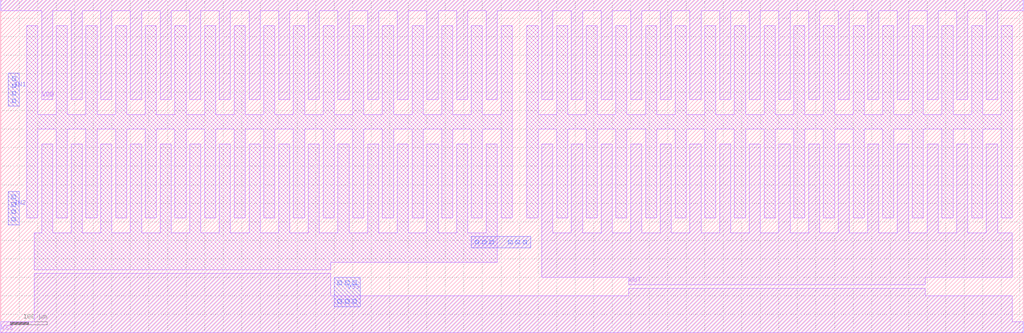
<source format=lef>
VERSION 5.7 ;
BUSBITCHARS "[]" ;
DIVIDERCHAR "/" ;

MACRO BOUNDARY_LEFT
  CLASS CORE ;
  ORIGIN 0 0 ;
  FOREIGN BOUNDARY_LEFT 0 0 ;
  SIZE 10 BY 900 ;
  SYMMETRY X Y ;
  SITE CoreSite ;
  PIN VDD
    DIRECTION INPUT ;
    USE POWER ;
    SHAPE ABUTMENT ;
    PORT
      LAYER M1 ;
        RECT 0 870 10 900 ;
    END
  END VDD
  PIN VSS
    DIRECTION INPUT ;
    USE GROUND ;
    SHAPE ABUTMENT ;
    PORT
      LAYER M1 ;
        RECT 0 0 10 30 ;
    END
  END VSS
END BOUNDARY_LEFT

MACRO BOUNDARY_RIGHT
  CLASS CORE ;
  ORIGIN 0 0 ;
  FOREIGN BOUNDARY_RIGHT 0 0 ;
  SIZE 10 BY 900 ;
  SYMMETRY X Y ;
  SITE CoreSite ;
  PIN VDD
    DIRECTION INOUT ;
    USE POWER ;
    SHAPE ABUTMENT ;
    PORT
      LAYER M1 ;
        RECT 0 870 10 900 ;
    END
  END VDD
  PIN VSS
    DIRECTION INOUT ;
    USE GROUND ;
    SHAPE ABUTMENT ;
    PORT
      LAYER M1 ;
        RECT 0 0 10 30 ;
    END
  END VSS
END BOUNDARY_RIGHT

MACRO FILL1
  CLASS CORE ;
  ORIGIN 0 0 ;
  FOREIGN FILL1 0 0 ;
  SIZE 10 BY 900 ;
  SYMMETRY X Y ;
  SITE CoreSite ;
  PIN VDD
    DIRECTION INOUT ;
    USE POWER ;
    SHAPE ABUTMENT ;
    PORT
      LAYER M1 ;
        RECT 0 870 10 900 ;
    END
  END VDD
  PIN VSS
    DIRECTION INOUT ;
    USE GROUND ;
    SHAPE ABUTMENT ;
    PORT
      LAYER M1 ;
        RECT 0 0 10 30 ;
    END
  END VSS
END FILL1

MACRO FILL128
  CLASS CORE ;
  ORIGIN 0 0 ;
  FOREIGN FILL128 0 0 ;
  SIZE 1280 BY 900 ;
  SYMMETRY X Y ;
  SITE CoreSite ;
  PIN VDD
    DIRECTION INOUT ;
    USE POWER ;
    SHAPE ABUTMENT ;
    PORT
      LAYER M1 ;
        RECT 0 870 1280 900 ;
    END
  END VDD
  PIN VSS
    DIRECTION INOUT ;
    USE GROUND ;
    SHAPE ABUTMENT ;
    PORT
      LAYER M1 ;
        RECT 0 0 1280 30 ;
    END
  END VSS
END FILL128

MACRO FILL16
  CLASS CORE ;
  ORIGIN 0 0 ;
  FOREIGN FILL16 0 0 ;
  SIZE 160 BY 900 ;
  SYMMETRY X Y ;
  SITE CoreSite ;
  PIN VDD
    DIRECTION INOUT ;
    USE POWER ;
    SHAPE ABUTMENT ;
    PORT
      LAYER M1 ;
        RECT 0 870 160 900 ;
    END
  END VDD
  PIN VSS
    DIRECTION INOUT ;
    USE GROUND ;
    SHAPE ABUTMENT ;
    PORT
      LAYER M1 ;
        RECT 0 0 160 30 ;
    END
  END VSS
END FILL16

MACRO FILL2
  CLASS CORE ;
  ORIGIN 0 0 ;
  FOREIGN FILL2 0 0 ;
  SIZE 20 BY 900 ;
  SYMMETRY X Y ;
  SITE CoreSite ;
  PIN VDD
    DIRECTION INOUT ;
    USE POWER ;
    SHAPE ABUTMENT ;
    PORT
      LAYER M1 ;
        RECT 0 870 20 900 ;
    END
  END VDD
  PIN VSS
    DIRECTION INOUT ;
    USE GROUND ;
    SHAPE ABUTMENT ;
    PORT
      LAYER M1 ;
        RECT 0 0 20 30 ;
    END
  END VSS
END FILL2

MACRO FILL32
  CLASS CORE ;
  ORIGIN 0 0 ;
  FOREIGN FILL32 0 0 ;
  SIZE 320 BY 900 ;
  SYMMETRY X Y ;
  SITE CoreSite ;
  PIN VDD
    DIRECTION INOUT ;
    USE POWER ;
    SHAPE ABUTMENT ;
    PORT
      LAYER M1 ;
        RECT 0 870 320 900 ;
    END
  END VDD
  PIN VSS
    DIRECTION INOUT ;
    USE GROUND ;
    SHAPE ABUTMENT ;
    PORT
      LAYER M1 ;
        RECT 0 0 320 30 ;
    END
  END VSS
END FILL32

MACRO FILL4
  CLASS CORE ;
  ORIGIN 0 0 ;
  FOREIGN FILL4 0 0 ;
  SIZE 40 BY 900 ;
  SYMMETRY X Y ;
  SITE CoreSite ;
  PIN VDD
    DIRECTION INOUT ;
    USE POWER ;
    SHAPE ABUTMENT ;
    PORT
      LAYER M1 ;
        RECT 0 870 40 900 ;
    END
  END VDD
  PIN VSS
    DIRECTION INOUT ;
    USE GROUND ;
    SHAPE ABUTMENT ;
    PORT
      LAYER M1 ;
        RECT 0 0 40 30 ;
    END
  END VSS
END FILL4

MACRO FILL64
  CLASS CORE ;
  ORIGIN 0 0 ;
  FOREIGN FILL64 0 0 ;
  SIZE 640 BY 900 ;
  SYMMETRY X Y ;
  SITE CoreSite ;
  PIN VDD
    DIRECTION INOUT ;
    USE POWER ;
    SHAPE ABUTMENT ;
    PORT
      LAYER M1 ;
        RECT 0 870 640 900 ;
    END
  END VDD
  PIN VSS
    DIRECTION INOUT ;
    USE GROUND ;
    SHAPE ABUTMENT ;
    PORT
      LAYER M1 ;
        RECT 0 0 640 30 ;
    END
  END VSS
END FILL64

MACRO FILL8
  CLASS CORE ;
  ORIGIN 0 0 ;
  FOREIGN FILL8 0 0 ;
  SIZE 80 BY 900 ;
  SYMMETRY X Y ;
  SITE CoreSite ;
  PIN VDD
    DIRECTION INOUT ;
    USE POWER ;
    SHAPE ABUTMENT ;
    PORT
      LAYER M1 ;
        RECT 0 870 80 900 ;
    END
  END VDD
  PIN VSS
    DIRECTION INOUT ;
    USE GROUND ;
    SHAPE ABUTMENT ;
    PORT
      LAYER M1 ;
        RECT 0 0 80 30 ;
    END
  END VSS
END FILL8

MACRO INVD1
  CLASS CORE ;
  ORIGIN 0 0 ;
  FOREIGN INVD1 0 0 ;
  SIZE 430 BY 900 ;
  SYMMETRY X Y ;
  SITE CoreSite ;
  PIN VDD
    DIRECTION INPUT ;
    USE POWER ;
    SHAPE ABUTMENT ;
    PORT
      LAYER M1 ;
        POLYGON 430 900 0 900 0 870 90 870 90 580 130 580 130 780 110 780 110 870 318 870 318 780 310 780 310 580 350 580 350 780 342 780 342 870 430 870 ;
    END
  END VDD
  PIN IN
    DIRECTION INPUT ;
    USE SIGNAL ;
    PORT
      LAYER M2 ;
        RECT 30 590 80 680 ;
    END
  END IN
  PIN OUT
    DIRECTION OUTPUT ;
    USE SIGNAL ;
    PORT
      LAYER M1 ;
        POLYGON 400 780 360 780 360 580 380 580 380 570 280 570 280 580 300 580 300 780 260 780 260 180 300 180 300 380 280 380 280 410 380 410 380 380 360 380 360 180 400 180 ;
    END
  END OUT
  PIN VSS
    DIRECTION INPUT ;
    USE GROUND ;
    SHAPE ABUTMENT ;
    PORT
      LAYER M2 ;
        RECT 178 180 248 270 ;
      LAYER M1 ;
        POLYGON 430 30 350 30 350 380 310 380 310 30 208 30 208 400 170 400 170 300 178 300 178 30 0 30 0 0 430 0 ;
    END
  END VSS
  OBS
    LAYER M1 ;
      POLYGON 190 780 140 780 140 580 160 580 160 570 98 570 98 300 130 300 130 400 122 400 122 410 190 410 ;
    LAYER Via1 ;
      RECT 230 600 240 610 ;
      RECT 230 620 240 630 ;
      RECT 230 640 240 650 ;
      RECT 230 660 240 670 ;
      RECT 228 190 238 200 ;
      RECT 228 210 238 220 ;
      RECT 228 230 238 240 ;
      RECT 228 250 238 260 ;
      RECT 188 190 198 200 ;
      RECT 188 210 198 220 ;
      RECT 188 230 198 240 ;
      RECT 188 250 198 260 ;
      RECT 170 600 180 610 ;
      RECT 170 620 180 630 ;
      RECT 170 640 180 650 ;
      RECT 170 660 180 670 ;
      RECT 48.5 600 58.5 610 ;
      RECT 48.5 620 58.5 630 ;
      RECT 48.5 640 58.5 650 ;
      RECT 48.5 660 58.5 670 ;
    LAYER M2 ;
      RECT 160 590 250 680 ;
  END
END INVD1

MACRO INVD2
  CLASS CORE ;
  ORIGIN 0 0 ;
  FOREIGN INVD2 0 0 ;
  SIZE 592 BY 900 ;
  SYMMETRY X Y ;
  SITE CoreSite ;
  PIN OUT
    DIRECTION OUTPUT ;
    USE SIGNAL ;
    PORT
      LAYER M1 ;
        POLYGON 562 780 522 780 522 580 542 580 542 570 454 570 454 580 462 580 462 780 422 780 422 580 430 580 430 570 342 570 342 580 362 580 362 780 322 780 322 180 362 180 362 380 342 380 342 410 422 410 422 180 462 180 462 380 442 380 442 410 542 410 542 380 522 380 522 180 562 180 ;
    END
  END OUT
  PIN VSS
    DIRECTION INPUT ;
    USE GROUND ;
    SHAPE ABUTMENT ;
    PORT
      LAYER M2 ;
        RECT 240 180 310 270 ;
      LAYER M1 ;
        POLYGON 592 30 504 30 504 180 512 180 512 380 472 380 472 180 480 180 480 30 404 30 404 180 412 180 412 380 372 380 372 180 380 180 380 30 270 30 270 400 232 400 232 300 240 300 240 30 104 30 104 300 112 300 112 400 74 400 74 30 0 30 0 0 592 0 ;
    END
  END VSS
  PIN IN
    DIRECTION INPUT ;
    USE SIGNAL ;
    PORT
      LAYER M2 ;
        RECT 30 590 80 680 ;
    END
  END IN
  PIN VDD
    DIRECTION INPUT ;
    USE POWER ;
    SHAPE ABUTMENT ;
    PORT
      LAYER M1 ;
        POLYGON 592 900 0 900 0 870 160 870 160 780 152 780 152 580 192 580 192 780 184 780 184 870 380 870 380 780 372 780 372 580 412 580 412 780 404 780 404 870 480 870 480 780 472 780 472 580 512 580 512 780 504 780 504 870 592 870 ;
    END
  END VDD
  OBS
    LAYER M1 ;
      POLYGON 252 780 202 780 202 580 222 580 222 570 122 570 122 580 142 580 142 780 102 780 102 410 160 410 160 400 152 400 152 300 192 300 192 400 184 400 184 410 252 410 ;
    LAYER Via1 ;
      RECT 292 600 302 610 ;
      RECT 292 620 302 630 ;
      RECT 292 640 302 650 ;
      RECT 292 660 302 670 ;
      RECT 290 190 300 200 ;
      RECT 290 210 300 220 ;
      RECT 290 230 300 240 ;
      RECT 290 250 300 260 ;
      RECT 250 190 260 200 ;
      RECT 250 210 260 220 ;
      RECT 250 230 260 240 ;
      RECT 250 250 260 260 ;
      RECT 232 600 242 610 ;
      RECT 232 620 242 630 ;
      RECT 232 640 242 650 ;
      RECT 232 660 242 670 ;
      RECT 48.5 600 58.5 610 ;
      RECT 48.5 620 58.5 630 ;
      RECT 48.5 640 58.5 650 ;
      RECT 48.5 660 58.5 670 ;
    LAYER M2 ;
      RECT 222 590 312 680 ;
  END
END INVD2

MACRO INVD4
  CLASS CORE ;
  ORIGIN 0 0 ;
  FOREIGN INVD4 0 0 ;
  SIZE 908 BY 900 ;
  SYMMETRY X Y ;
  SITE CoreSite ;
  PIN IN
    DIRECTION INPUT ;
    USE SIGNAL ;
    PORT
      LAYER M2 ;
        RECT 46 590 96 680 ;
    END
  END IN
  PIN OUT
    DIRECTION OUTPUT ;
    USE SIGNAL ;
    PORT
      LAYER M1 ;
        POLYGON 878 780 838 780 838 580 858 580 858 570 770 570 770 580 778 580 778 780 738 780 738 580 746 580 746 570 670 570 670 580 678 580 678 780 638 780 638 580 646 580 646 570 570 570 570 580 578 580 578 780 538 780 538 580 546 580 546 570 458 570 458 580 478 580 478 780 438 780 438 180 478 180 478 380 458 380 458 410 538 410 538 180 578 180 578 380 558 380 558 410 638 410 638 180 678 180 678 380 658 380 658 410 738 410 738 180 778 180 778 380 758 380 758 410 858 410 858 380 838 380 838 180 878 180 ;
    END
  END OUT
  PIN VSS
    DIRECTION INPUT ;
    USE GROUND ;
    SHAPE ABUTMENT ;
    PORT
      LAYER M2 ;
        RECT 356 180 426 270 ;
      LAYER M1 ;
        POLYGON 908 30 820 30 820 180 828 180 828 380 788 380 788 180 796 180 796 30 720 30 720 180 728 180 728 380 688 380 688 180 696 180 696 30 620 30 620 180 628 180 628 380 588 380 588 180 596 180 596 30 520 30 520 180 528 180 528 380 488 380 488 180 496 180 496 30 386 30 386 400 348 400 348 300 356 300 356 30 220 30 220 300 228 300 228 400 188 400 188 300 196 300 196 30 60 30 60 300 68 300 68 400 30 400 30 30 0 30 0 0 908 0 ;
    END
  END VSS
  PIN VDD
    DIRECTION INPUT ;
    USE POWER ;
    SHAPE ABUTMENT ;
    PORT
      LAYER M1 ;
        POLYGON 908 900 0 900 0 870 176 870 176 780 168 780 168 580 208 580 208 780 200 780 200 870 276 870 276 780 268 780 268 580 308 580 308 780 300 780 300 870 496 870 496 780 488 780 488 580 528 580 528 780 520 780 520 870 596 870 596 780 588 780 588 580 628 580 628 780 620 780 620 870 696 870 696 780 688 780 688 580 728 580 728 780 720 780 720 870 796 870 796 780 788 780 788 580 828 580 828 780 820 780 820 870 908 870 ;
    END
  END VDD
  OBS
    LAYER M1 ;
      POLYGON 368 780 318 780 318 580 338 580 338 570 250 570 250 580 258 580 258 780 218 780 218 580 226 580 226 570 138 570 138 580 158 580 158 780 118 780 118 410 116 410 116 400 108 400 108 300 148 300 148 400 140 400 140 410 276 410 276 400 268 400 268 300 308 300 308 400 300 400 300 410 368 410 ;
    LAYER Via1 ;
      RECT 408 600 418 610 ;
      RECT 408 620 418 630 ;
      RECT 408 640 418 650 ;
      RECT 408 660 418 670 ;
      RECT 406 190 416 200 ;
      RECT 406 210 416 220 ;
      RECT 406 230 416 240 ;
      RECT 406 250 416 260 ;
      RECT 366 190 376 200 ;
      RECT 366 210 376 220 ;
      RECT 366 230 376 240 ;
      RECT 366 250 376 260 ;
      RECT 348 600 358 610 ;
      RECT 348 620 358 630 ;
      RECT 348 640 358 650 ;
      RECT 348 660 358 670 ;
      RECT 64.5 600 74.5 610 ;
      RECT 64.5 620 74.5 630 ;
      RECT 64.5 640 74.5 650 ;
      RECT 64.5 660 74.5 670 ;
    LAYER M2 ;
      RECT 338 590 428 680 ;
  END
END INVD4

MACRO INVD8
  CLASS CORE ;
  ORIGIN 0 0 ;
  FOREIGN INVD8 0 0 ;
  SIZE 1640 BY 900 ;
  SYMMETRY X Y ;
  SITE CoreSite ;
  PIN VDD
    DIRECTION INPUT ;
    USE POWER ;
    SHAPE ABUTMENT ;
    PORT
      LAYER M1 ;
        POLYGON 1640 900 0 900 0 870 308 870 308 780 300 780 300 580 340 580 340 780 332 780 332 870 408 870 408 780 400 780 400 580 440 580 440 780 432 780 432 870 508 870 508 780 500 780 500 580 540 580 540 780 532 780 532 870 608 870 608 780 600 780 600 580 640 580 640 780 632 780 632 870 828 870 828 780 820 780 820 580 860 580 860 780 852 780 852 870 928 870 928 780 920 780 920 580 960 580 960 780 952 780 952 870 1028 870 1028 780 1020 780 1020 580 1060 580 1060 780 1052 780 1052 870 1128 870 1128 780 1120 780 1120 580 1160 580 1160 780 1152 780 1152 870 1228 870 1228 780 1220 780 1220 580 1260 580 1260 780 1252 780 1252 870 1328 870 1328 780 1320 780 1320 580 1360 580 1360 780 1352 780 1352 870 1428 870 1428 780 1420 780 1420 580 1460 580 1460 780 1452 780 1452 870 1528 870 1528 780 1520 780 1520 580 1560 580 1560 780 1552 780 1552 870 1640 870 ;
    END
  END VDD
  PIN IN
    DIRECTION INPUT ;
    USE SIGNAL ;
    PORT
      LAYER M2 ;
        RECT 178 590.5 228 680.5 ;
    END
  END IN
  PIN OUT
    DIRECTION OUTPUT ;
    USE SIGNAL ;
    PORT
      LAYER M1 ;
        POLYGON 1610 780 1570 780 1570 580 1590 580 1590 570 1502 570 1502 580 1510 580 1510 780 1470 780 1470 580 1478 580 1478 570 1402 570 1402 580 1410 580 1410 780 1370 780 1370 580 1378 580 1378 570 1302 570 1302 580 1310 580 1310 780 1270 780 1270 580 1278 580 1278 570 1202 570 1202 580 1210 580 1210 780 1170 780 1170 580 1178 580 1178 570 1102 570 1102 580 1110 580 1110 780 1070 780 1070 580 1078 580 1078 570 1002 570 1002 580 1010 580 1010 780 970 780 970 580 978 580 978 570 902 570 902 580 910 580 910 780 870 780 870 580 878 580 878 570 790 570 790 580 810 580 810 780 770 780 770 180 810 180 810 380 790 380 790 410 878 410 878 380 870 380 870 180 910 180 910 380 902 380 902 410 978 410 978 380 970 380 970 180 1010 180 1010 380 1002 380 1002 410 1078 410 1078 380 1070 380 1070 180 1110 180 1110 380 1102 380 1102 410 1178 410 1178 380 1170 380 1170 180 1210 180 1210 380 1202 380 1202 410 1278 410 1278 380 1270 380 1270 180 1310 180 1310 380 1302 380 1302 410 1378 410 1378 380 1370 380 1370 180 1410 180 1410 380 1402 380 1402 410 1478 410 1478 380 1470 380 1470 180 1510 180 1510 380 1502 380 1502 410 1590 410 1590 380 1570 380 1570 180 1610 180 ;
    END
  END OUT
  PIN VSS
    DIRECTION INPUT ;
    USE GROUND ;
    SHAPE ABUTMENT ;
    PORT
      LAYER M2 ;
        RECT 688 180 758 270 ;
      LAYER M1 ;
        POLYGON 1640 30 1552 30 1552 180 1560 180 1560 380 1520 380 1520 180 1528 180 1528 30 1452 30 1452 180 1460 180 1460 380 1420 380 1420 180 1428 180 1428 30 1352 30 1352 180 1360 180 1360 380 1320 380 1320 180 1328 180 1328 30 1252 30 1252 180 1260 180 1260 380 1220 380 1220 180 1228 180 1228 30 1152 30 1152 180 1160 180 1160 380 1120 380 1120 180 1128 180 1128 30 1052 30 1052 180 1060 180 1060 380 1020 380 1020 180 1028 180 1028 30 952 30 952 180 960 180 960 380 920 380 920 180 928 180 928 30 852 30 852 180 860 180 860 380 820 380 820 180 828 180 828 30 718 30 718 400 680 400 680 300 688 300 688 30 552 30 552 300 560 300 560 400 520 400 520 300 528 300 528 30 392 30 392 300 400 300 400 400 360 400 360 300 368 300 368 30 232 30 232 300 240 300 240 400 200 400 200 300 208 300 208 30 60 30 60 300 80 300 80 400 30 400 30 30 0 30 0 0 1640 0 ;
    END
  END VSS
  OBS
    LAYER M1 ;
      POLYGON 717.5 570 700 570 700 780 650 780 650 580 670 580 670 570 582 570 582 580 590 580 590 780 550 780 550 580 558 580 558 570 482 570 482 580 490 580 490 780 450 780 450 580 458 580 458 570 382 570 382 580 390 580 390 780 350 780 350 580 358 580 358 570 270 570 270 580 290 580 290 780 250 780 250 570 145.5 570 145.5 410 128 410 128 400 120 400 120 300 160 300 160 400 152 400 152 410 288 410 288 400 280 400 280 300 320 300 320 400 312 400 312 410 448 410 448 400 440 400 440 300 480 300 480 400 472 400 472 410 608 410 608 400 600 400 600 300 640 300 640 400 632 400 632 410 717.5 410 ;
    LAYER Via1 ;
      RECT 740 600 750 610 ;
      RECT 740 620 750 630 ;
      RECT 740 640 750 650 ;
      RECT 740 660 750 670 ;
      RECT 738 190 748 200 ;
      RECT 738 210 748 220 ;
      RECT 738 230 748 240 ;
      RECT 738 250 748 260 ;
      RECT 698 190 708 200 ;
      RECT 698 210 708 220 ;
      RECT 698 230 708 240 ;
      RECT 698 250 708 260 ;
      RECT 680 600 690 610 ;
      RECT 680 620 690 630 ;
      RECT 680 640 690 650 ;
      RECT 680 660 690 670 ;
      RECT 196.5 600.5 206.5 610.5 ;
      RECT 196.5 620.5 206.5 630.5 ;
      RECT 196.5 640.5 206.5 650.5 ;
      RECT 196.5 660.5 206.5 670.5 ;
    LAYER M2 ;
      RECT 670 590 760 680 ;
  END
END INVD8

MACRO NAND2D1
  CLASS CORE ;
  ORIGIN 0 0 ;
  FOREIGN NAND2D1 0 0 ;
  SIZE 610 BY 900 ;
  SYMMETRY X Y ;
  SITE CoreSite ;
  PIN OUT
    DIRECTION OUTPUT ;
    USE SIGNAL ;
    PORT
      LAYER M1 ;
        POLYGON 520 830 490 830 490 581.7 440 581.7 440 830 410 830 410 538.9 200 538.9 200 830 170 830 170 581.7 120 581.7 120 830 90 830 90 522.8 371.4 522.8 371.4 256.6 401.4 256.6 401.4 522.8 451.4 522.8 451.4 256.6 481.4 256.6 481.4 522.8 520 522.8 ;
    END
  END OUT
  PIN VSS
    DIRECTION INPUT ;
    USE GROUND ;
    SHAPE ABUTMENT ;
    PORT
      LAYER M2 ;
        POLYGON 276.1 418.4 204.1 418.4 204.1 329.3 132.1 329.3 132.1 283.3 276.1 283.3 ;
      LAYER M1 ;
        POLYGON 610 30 521.4 30 521.4 456.6 491.4 456.6 491.4 239.3 441.4 239.3 441.4 456.6 411.4 456.6 411.4 239.3 361.4 239.3 361.4 456.6 179.7 456.6 179.7 472.4 150 472.4 150 372.4 331.4 372.4 331.4 30 0 30 0 0 610 0 ;
    END
  END VSS
  PIN IN2
    DIRECTION INPUT ;
    USE SIGNAL ;
    PORT
      LAYER M2 ;
        RECT 565 612 595 702 ;
    END
  END IN2
  PIN VDD
    DIRECTION INPUT ;
    USE POWER ;
    SHAPE ABUTMENT ;
    PORT
      LAYER M1 ;
        POLYGON 610 900 0 900 0 870 60 870 60 630 80 630 80 870 130 870 130 630 160 630 160 870 210 870 210 630 240 630 240 870 290 870 290 630 320 630 320 870 370 870 370 630 400 630 400 870 450 870 450 630 480 630 480 870 530 870 530 630 550 630 550 870 610 870 ;
    END
  END VDD
  PIN IN1
    DIRECTION INPUT ;
    USE SIGNAL ;
    PORT
      LAYER M2 ;
        RECT 15 612 45 702 ;
    END
  END IN1
  OBS
    LAYER M1 ;
      POLYGON 360 830 330 830 330 583.1 280 583.1 280 830 250 830 250 558.7 360 558.7 ;
      POLYGON 180.5 503.9 121.5 503.9 121.5 486.9 120 486.9 120 372.4 140 372.4 140 483.9 180.5 483.9 ;
    LAYER Via1 ;
      RECT 575 622 585 632 ;
      RECT 575 642 585 652 ;
      RECT 575 662 585 672 ;
      RECT 575 682 585 692 ;
      RECT 318.9 568.1 326.9 576.1 ;
      RECT 317.1 489.9 325.1 497.9 ;
      RECT 305.9 568.1 313.9 576.1 ;
      RECT 304.1 489.9 312.1 497.9 ;
      RECT 292.9 568.1 300.9 576.1 ;
      RECT 291.1 489.9 299.1 497.9 ;
      RECT 279.9 568.1 287.9 576.1 ;
      RECT 278.1 489.9 286.1 497.9 ;
      RECT 262.1 378.4 270.1 386.4 ;
      RECT 262.1 391.4 270.1 399.4 ;
      RECT 262.1 404.4 270.1 412.4 ;
      RECT 249.1 378.4 257.1 386.4 ;
      RECT 249.1 391.4 257.1 399.4 ;
      RECT 249.1 404.4 257.1 412.4 ;
      RECT 236.1 378.4 244.1 386.4 ;
      RECT 236.1 391.4 244.1 399.4 ;
      RECT 236.1 404.4 244.1 412.4 ;
      RECT 223.1 378.4 231.1 386.4 ;
      RECT 223.1 391.4 231.1 399.4 ;
      RECT 223.1 404.4 231.1 412.4 ;
      RECT 210.1 378.4 218.1 386.4 ;
      RECT 210.1 391.4 218.1 399.4 ;
      RECT 210.1 404.4 218.1 412.4 ;
      RECT 190.1 289.3 198.1 297.3 ;
      RECT 190.1 302.3 198.1 310.3 ;
      RECT 190.1 315.3 198.1 323.3 ;
      RECT 177.1 289.3 185.1 297.3 ;
      RECT 177.1 302.3 185.1 310.3 ;
      RECT 177.1 315.3 185.1 323.3 ;
      RECT 166.5 489.9 174.5 497.9 ;
      RECT 164.1 289.3 172.1 297.3 ;
      RECT 164.1 302.3 172.1 310.3 ;
      RECT 164.1 315.3 172.1 323.3 ;
      RECT 153.5 489.9 161.5 497.9 ;
      RECT 151.1 289.3 159.1 297.3 ;
      RECT 151.1 302.3 159.1 310.3 ;
      RECT 151.1 315.3 159.1 323.3 ;
      RECT 140.5 489.9 148.5 497.9 ;
      RECT 138.1 289.3 146.1 297.3 ;
      RECT 138.1 302.3 146.1 310.3 ;
      RECT 138.1 315.3 146.1 323.3 ;
      RECT 127.5 489.9 135.5 497.9 ;
      RECT 25 622 35 632 ;
      RECT 25 642 35 652 ;
      RECT 25 662 35 672 ;
      RECT 25 682 35 692 ;
    LAYER M2 ;
      POLYGON 344.4 584.2 261.1 584.2 261.1 505.2 117 505.2 117 483.4 344.4 483.4 ;
  END
END NAND2D1

MACRO NAND2D2
  CLASS CORE ;
  ORIGIN 0 0 ;
  FOREIGN NAND2D2 0 0 ;
  SIZE 610 BY 900 ;
  SYMMETRY X Y ;
  SITE CoreSite ;
  PIN IN2
    DIRECTION INPUT ;
    USE SIGNAL ;
    PORT
      LAYER M2 ;
        RECT 565 612 595 702 ;
    END
  END IN2
  PIN VSS
    DIRECTION INPUT ;
    USE GROUND ;
    SHAPE ABUTMENT ;
    PORT
      LAYER M2 ;
        POLYGON 183.5 236 163.5 236 163.5 141.2 101.2 141.2 101.2 121.2 183.5 121.2 ;
      LAYER M1 ;
        POLYGON 610 30 574.6 30 574.6 243.6 544.6 243.6 544.6 30 494.6 30 494.6 243.6 464.6 243.6 464.6 30 414.6 30 414.6 243.6 384.6 243.6 384.6 30 334.6 30 334.6 243.6 304.6 243.6 304.6 30 254.6 30 254.6 243.6 170 243.6 170 272.4 150 272.4 150 160 100 160 100 272.4 80 272.4 80 145 170 145 170 172.4 224.6 172.4 224.6 30 0 30 0 0 610 0 ;
    END
  END VSS
  PIN VDD
    DIRECTION INPUT ;
    USE POWER ;
    SHAPE ABUTMENT ;
    PORT
      LAYER M1 ;
        POLYGON 610 900 0 900 0 870 60 870 60 430 80 430 80 870 130 870 130 430 160 430 160 870 210 870 210 430 240 430 240 870 290 870 290 430 320 430 320 870 370 870 370 430 400 430 400 870 450 870 450 430 480 430 480 870 530 870 530 430 550 430 550 870 610 870 ;
    END
  END VDD
  PIN OUT
    DIRECTION OUTPUT ;
    USE SIGNAL ;
    PORT
      LAYER M1 ;
        POLYGON 534.6 356 520 356 520 830 490 830 490 381.7 440 381.7 440 830 410 830 410 338.9 200 338.9 200 830 170 830 170 381.7 120 381.7 120 830 90 830 90 322.8 504.6 322.8 504.6 273.3 264.6 273.3 264.6 43.6 294.6 43.6 294.6 243.6 294.7 243.6 294.7 258.6 344.6 258.6 344.6 43.6 374.6 43.6 374.6 258.6 424.6 258.6 424.6 43.6 454.6 43.6 454.6 243.6 454.7 243.6 454.7 258.6 504.6 258.6 504.6 43.6 534.6 43.6 ;
    END
  END OUT
  PIN IN1
    DIRECTION INPUT ;
    USE SIGNAL ;
    PORT
      LAYER M2 ;
        RECT 15 612 45 702 ;
    END
  END IN1
  OBS
    LAYER M1 ;
      POLYGON 360 830 330 830 330 383.1 280 383.1 280 830 250 830 250 358.7 360 358.7 ;
      POLYGON 180.5 303.9 80 303.9 80 283.9 110 283.9 110 172.4 140 172.4 140 283.9 180.5 283.9 ;
    LAYER Via1 ;
      RECT 575 622 585 632 ;
      RECT 575 642 585 652 ;
      RECT 575 662 585 672 ;
      RECT 575 682 585 692 ;
      RECT 318.9 368.1 326.9 376.1 ;
      RECT 317.1 289.9 325.1 297.9 ;
      RECT 305.9 368.1 313.9 376.1 ;
      RECT 304.1 289.9 312.1 297.9 ;
      RECT 292.9 368.1 300.9 376.1 ;
      RECT 291.1 289.9 299.1 297.9 ;
      RECT 279.9 368.1 287.9 376.1 ;
      RECT 278.1 289.9 286.1 297.9 ;
      RECT 169.5 183 177.5 191 ;
      RECT 169.5 196 177.5 204 ;
      RECT 169.5 209 177.5 217 ;
      RECT 169.5 222 177.5 230 ;
      RECT 166.5 289.9 174.5 297.9 ;
      RECT 153.5 289.9 161.5 297.9 ;
      RECT 146.2 127.2 154.2 135.2 ;
      RECT 140.5 289.9 148.5 297.9 ;
      RECT 133.2 127.2 141.2 135.2 ;
      RECT 127.5 289.9 135.5 297.9 ;
      RECT 120.2 127.2 128.2 135.2 ;
      RECT 107.2 127.2 115.2 135.2 ;
      RECT 25 622 35 632 ;
      RECT 25 642 35 652 ;
      RECT 25 662 35 672 ;
      RECT 25 682 35 692 ;
    LAYER M2 ;
      POLYGON 344.4 384.2 261.1 384.2 261.1 305.2 117 305.2 117 283.4 344.4 283.4 ;
  END
END NAND2D2

MACRO NAND2D4
  CLASS CORE ;
  ORIGIN 0 0 ;
  FOREIGN NAND2D4 0 0 ;
  SIZE 1090 BY 900 ;
  SYMMETRY X Y ;
  SITE CoreSite ;
  PIN IN2
    DIRECTION INPUT ;
    USE SIGNAL ;
    PORT
      LAYER M2 ;
        RECT 1045 612 1075 702 ;
    END
  END IN2
  PIN VDD
    DIRECTION INPUT ;
    USE POWER ;
    SHAPE ABUTMENT ;
    PORT
      LAYER M1 ;
        POLYGON 1090 900 0 900 0 870 60 870 60 430 80 430 80 870 130 870 130 430 160 430 160 870 210 870 210 430 240 430 240 870 290 870 290 430 320 430 320 870 370 870 370 430 400 430 400 870 450 870 450 430 480 430 480 870 530 870 530 430 560 430 560 870 610 870 610 430 640 430 640 870 690 870 690 430 720 430 720 870 770 870 770 430 800 430 800 870 850 870 850 430 880 430 880 870 930 870 930 430 960 430 960 870 1010 870 1010 430 1030 430 1030 870 1090 870 ;
    END
  END VDD
  PIN VSS
    DIRECTION INPUT ;
    USE GROUND ;
    SHAPE ABUTMENT ;
    PORT
      LAYER M2 ;
        POLYGON 328.9 236 308.9 236 308.9 141.2 244.5 141.2 244.5 121.2 328.9 121.2 ;
      LAYER M1 ;
        POLYGON 1090 30 1030 30 1030 243.6 1010 243.6 1010 30 960 30 960 243.6 930 243.6 930 30 880 30 880 243.6 850 243.6 850 30 800 30 800 243.6 770 243.6 770 30 720 30 720 243.6 690 243.6 690 30 640 30 640 243.6 610 243.6 610 30 560 30 560 243.6 530 243.6 530 30 480 30 480 243.6 450 243.6 450 30 400 30 400 243.6 310 243.6 310 272.4 295.4 272.4 295.4 159.9 245.4 159.9 245.4 272.4 215.4 272.4 215.4 159.9 165.4 159.9 165.4 272.4 145.4 272.4 145.4 145 310 145 310 172.4 370 172.4 370 30 0 30 0 0 1090 0 ;
    END
  END VSS
  PIN IN1
    DIRECTION INPUT ;
    USE SIGNAL ;
    PORT
      LAYER M2 ;
        RECT 15 613 45 703 ;
    END
  END IN1
  PIN OUT
    DIRECTION OUTPUT ;
    USE SIGNAL ;
    PORT
      LAYER M1 ;
        POLYGON 1000 273.3 680 273.3 680 322.8 1000 322.8 1000 830 970 830 970 338.9 920 338.9 920 830 890 830 890 338.9 840 338.9 840 830 810 830 810 338.9 760 338.9 760 830 730 830 730 338.9 360 338.9 360 830 330 830 330 338.9 280 338.9 280 830 250 830 250 338.9 200 338.9 200 830 170 830 170 338.9 120 338.9 120 830 90 830 90 322.8 650 322.8 650 273.3 410 273.3 410 43.6 440 43.6 440 243.6 440.1 243.6 440.1 258.6 490 258.6 490 43.6 520 43.6 520 258.6 570 258.6 570 43.6 600 43.6 600 243.6 600.1 243.6 600.1 258.6 650 258.6 650 43.6 680 43.6 680 258.6 730 258.6 730 43.6 760 43.6 760 243.6 760.1 243.6 760.1 258.6 810 258.6 810 43.6 840 43.6 840 258.6 890 258.6 890 43.6 920 43.6 920 243.6 920.1 243.6 920.1 258.6 970 258.6 970 43.6 1000 43.6 ;
    END
  END OUT
  OBS
    LAYER M1 ;
      POLYGON 680 830 650 830 650 383.1 600 383.1 600 830 570 830 570 383.1 520 383.1 520 830 490 830 490 383.1 440 383.1 440 830 410 830 410 358.7 680 358.7 ;
      POLYGON 325.9 303.9 155.4 303.9 155.4 283.9 175.4 283.9 175.4 172.4 205.4 172.4 205.4 272.4 205.5 272.4 205.5 283.9 255.4 283.9 255.4 172.4 285.4 172.4 285.4 283.9 325.9 283.9 ;
    LAYER Via1 ;
      RECT 1055 622 1065 632 ;
      RECT 1055 642 1065 652 ;
      RECT 1055 662 1065 672 ;
      RECT 1055 682 1065 692 ;
      RECT 464.3 368.1 472.3 376.1 ;
      RECT 462.5 289.9 470.5 297.9 ;
      RECT 451.3 368.1 459.3 376.1 ;
      RECT 449.5 289.9 457.5 297.9 ;
      RECT 438.3 368.1 446.3 376.1 ;
      RECT 436.5 289.9 444.5 297.9 ;
      RECT 425.3 368.1 433.3 376.1 ;
      RECT 423.5 289.9 431.5 297.9 ;
      RECT 314.9 183 322.9 191 ;
      RECT 314.9 196 322.9 204 ;
      RECT 314.9 209 322.9 217 ;
      RECT 314.9 222 322.9 230 ;
      RECT 311.9 289.9 319.9 297.9 ;
      RECT 298.9 289.9 306.9 297.9 ;
      RECT 289.5 127.2 297.5 135.2 ;
      RECT 285.9 289.9 293.9 297.9 ;
      RECT 276.5 127.2 284.5 135.2 ;
      RECT 272.9 289.9 280.9 297.9 ;
      RECT 263.5 127.2 271.5 135.2 ;
      RECT 250.5 127.2 258.5 135.2 ;
      RECT 25 623 35 633 ;
      RECT 25 643 35 653 ;
      RECT 25 663 35 673 ;
      RECT 25 683 35 693 ;
    LAYER M2 ;
      POLYGON 489.8 384.2 406.5 384.2 406.5 305.2 262.4 305.2 262.4 283.4 489.8 283.4 ;
  END
END NAND2D4

MACRO NAND2D8
  CLASS CORE ;
  ORIGIN 0 0 ;
  FOREIGN NAND2D8 0 0 ;
  SIZE 2050 BY 900 ;
  SYMMETRY X Y ;
  SITE CoreSite ;
  PIN VDD
    DIRECTION INPUT ;
    USE POWER ;
    SHAPE ABUTMENT ;
    PORT
      LAYER M1 ;
        POLYGON 2050 900 0 900 0 870 60 870 60 430 80 430 80 870 130 870 130 430 160 430 160 870 210 870 210 430 240 430 240 870 290 870 290 430 320 430 320 870 370 870 370 430 400 430 400 870 450 870 450 430 480 430 480 870 530 870 530 430 560 430 560 870 610 870 610 430 640 430 640 870 690 870 690 430 720 430 720 870 770 870 770 430 800 430 800 870 850 870 850 430 880 430 880 870 930 870 930 430 960 430 960 870 1010 870 1010 430 1040 430 1040 870 1090 870 1090 430 1120 430 1120 870 1170 870 1170 430 1200 430 1200 870 1250 870 1250 430 1280 430 1280 870 1330 870 1330 430 1360 430 1360 870 1410 870 1410 430 1440 430 1440 870 1490 870 1490 430 1520 430 1520 870 1570 870 1570 430 1600 430 1600 870 1650 870 1650 430 1680 430 1680 870 1730 870 1730 430 1760 430 1760 870 1810 870 1810 430 1840 430 1840 870 1890 870 1890 430 1920 430 1920 870 1970 870 1970 430 1990 430 1990 870 2050 870 ;
    END
  END VDD
  PIN VSS
    DIRECTION INPUT ;
    USE GROUND ;
    SHAPE ABUTMENT ;
    PORT
      LAYER M2 ;
        POLYGON 648.9 236 628.9 236 628.9 141.2 564.5 141.2 564.5 121.2 648.9 121.2 ;
      LAYER M1 ;
        POLYGON 2050 30 1990 30 1990 243.6 1970 243.6 1970 30 1920 30 1920 243.6 1890 243.6 1890 30 1840 30 1840 243.6 1810 243.6 1810 30 1760 30 1760 243.6 1730 243.6 1730 30 1680 30 1680 243.6 1650 243.6 1650 30 1600 30 1600 243.6 1570 243.6 1570 30 1520 30 1520 243.6 1490 243.6 1490 30 1440 30 1440 243.6 1410 243.6 1410 30 1360 30 1360 243.6 1330 243.6 1330 30 1280 30 1280 243.6 1250 243.6 1250 30 1200 30 1200 243.6 1170 243.6 1170 30 1120 30 1120 243.6 1090 243.6 1090 30 1040 30 1040 243.6 1010 243.6 1010 30 960 30 960 243.6 930 243.6 930 30 880 30 880 243.6 850 243.6 850 30 800 30 800 243.6 770 243.6 770 30 720 30 720 243.6 635.4 243.6 635.4 272.4 615.4 272.4 615.4 159.9 565.4 159.9 565.4 272.4 535.4 272.4 535.4 159.9 485.4 159.9 485.4 272.4 455.4 272.4 455.4 159.9 405.4 159.9 405.4 272.4 375.4 272.4 375.4 159.9 325.4 159.9 325.4 272.4 309.4 272.4 309.4 144.5 635.4 144.5 635.4 172.4 690 172.4 690 30 0 30 0 0 2050 0 ;
    END
  END VSS
  PIN IN2
    DIRECTION INPUT ;
    USE SIGNAL ;
    PORT
      LAYER M2 ;
        RECT 2005 612 2035 702 ;
    END
  END IN2
  PIN IN1
    DIRECTION INPUT ;
    USE SIGNAL ;
    PORT
      LAYER M2 ;
        RECT 14.5 612 44.5 702 ;
    END
  END IN1
  PIN OUT
    DIRECTION OUTPUT ;
    USE SIGNAL ;
    PORT
      LAYER M1 ;
        POLYGON 1960 273.3 1000 273.3 1000 322.8 1960 322.8 1960 830 1930 830 1930 338.9 1880 338.9 1880 830 1850 830 1850 338.9 1800 338.9 1800 830 1770 830 1770 338.9 1720 338.9 1720 830 1690 830 1690 338.9 1640 338.9 1640 830 1610 830 1610 338.9 1560 338.9 1560 830 1530 830 1530 338.9 1480 338.9 1480 830 1450 830 1450 338.9 1400 338.9 1400 830 1370 830 1370 338.9 680 338.9 680 830 650 830 650 338.9 600 338.9 600 830 570 830 570 338.9 520 338.9 520 830 490 830 490 338.9 440 338.9 440 830 410 830 410 338.9 360 338.9 360 830 330 830 330 338.9 280 338.9 280 830 250 830 250 338.9 200 338.9 200 830 170 830 170 338.9 120 338.9 120 830 90 830 90 322.8 970 322.8 970 273.3 730 273.3 730 43.6 760 43.6 760 243.6 760.1 243.6 760.1 258.6 810 258.6 810 43.6 840 43.6 840 258.6 890 258.6 890 43.6 920 43.6 920 243.6 920.1 243.6 920.1 258.6 970 258.6 970 43.6 1000 43.6 1000 258.6 1050 258.6 1050 43.6 1080 43.6 1080 243.6 1080.1 243.6 1080.1 258.6 1130 258.6 1130 43.6 1160 43.6 1160 258.6 1210 258.6 1210 43.6 1240 43.6 1240 243.6 1240.1 243.6 1240.1 258.6 1290 258.6 1290 43.6 1320 43.6 1320 258.6 1370 258.6 1370 43.6 1400 43.6 1400 243.6 1400.1 243.6 1400.1 258.6 1450 258.6 1450 43.6 1480 43.6 1480 258.6 1530 258.6 1530 43.6 1560 43.6 1560 243.6 1560.1 243.6 1560.1 258.6 1610 258.6 1610 43.6 1640 43.6 1640 258.6 1690 258.6 1690 43.6 1720 43.6 1720 243.6 1720.1 243.6 1720.1 258.6 1770 258.6 1770 43.6 1800 43.6 1800 258.6 1850 258.6 1850 43.6 1880 43.6 1880 243.6 1880.1 243.6 1880.1 258.6 1930 258.6 1930 43.6 1960 43.6 ;
    END
  END OUT
  OBS
    LAYER M1 ;
      POLYGON 1320 830 1290 830 1290 383.1 1240 383.1 1240 830 1210 830 1210 383.1 1160 383.1 1160 830 1130 830 1130 383.1 1080 383.1 1080 830 1050 830 1050 383.1 1000 383.1 1000 830 970 830 970 383.1 920 383.1 920 830 890 830 890 383.1 840 383.1 840 830 810 830 810 383.1 760 383.1 760 830 730 830 730 358.7 1320 358.7 ;
      POLYGON 645.9 303.9 309.4 303.9 309.4 283.9 335.4 283.9 335.4 172.4 365.4 172.4 365.4 283.9 415.4 283.9 415.4 172.4 445.4 172.4 445.4 283.9 495.4 283.9 495.4 172.4 525.4 172.4 525.4 283.9 575.4 283.9 575.4 172.4 605.4 172.4 605.4 283.9 645.9 283.9 ;
    LAYER Via1 ;
      RECT 2015 622 2025 632 ;
      RECT 2015 642 2025 652 ;
      RECT 2015 662 2025 672 ;
      RECT 2015 682 2025 692 ;
      RECT 784.3 368.1 792.3 376.1 ;
      RECT 782.5 289.9 790.5 297.9 ;
      RECT 771.3 368.1 779.3 376.1 ;
      RECT 769.5 289.9 777.5 297.9 ;
      RECT 758.3 368.1 766.3 376.1 ;
      RECT 756.5 289.9 764.5 297.9 ;
      RECT 745.3 368.1 753.3 376.1 ;
      RECT 743.5 289.9 751.5 297.9 ;
      RECT 634.9 183 642.9 191 ;
      RECT 634.9 196 642.9 204 ;
      RECT 634.9 209 642.9 217 ;
      RECT 634.9 222 642.9 230 ;
      RECT 631.9 289.9 639.9 297.9 ;
      RECT 618.9 289.9 626.9 297.9 ;
      RECT 609.5 127.2 617.5 135.2 ;
      RECT 605.9 289.9 613.9 297.9 ;
      RECT 596.5 127.2 604.5 135.2 ;
      RECT 592.9 289.9 600.9 297.9 ;
      RECT 583.5 127.2 591.5 135.2 ;
      RECT 570.5 127.2 578.5 135.2 ;
      RECT 24.5 622 34.5 632 ;
      RECT 24.5 642 34.5 652 ;
      RECT 24.5 662 34.5 672 ;
      RECT 24.5 682 34.5 692 ;
    LAYER M2 ;
      POLYGON 809.8 384.2 726.5 384.2 726.5 305.2 582.4 305.2 582.4 283.4 809.8 283.4 ;
  END
END NAND2D8

MACRO NOR2D1
  CLASS CORE ;
  ORIGIN 0 0 ;
  FOREIGN NOR2D1 0 0 ;
  SIZE 520 BY 900 ;
  SYMMETRY X Y ;
  SITE CoreSite ;
  PIN VDD
    DIRECTION INPUT ;
    USE POWER ;
    SHAPE ABUTMENT ;
    PORT
      LAYER M1 ;
        POLYGON 520 900 0 900 0 870 110 870 110 630 140 630 140 870 190 870 190 630 220 630 220 870 340 870 340 630 370 630 370 870 420 870 420 630 450 630 450 870 520 870 ;
    END
  END VDD
  PIN VSS
    DIRECTION INPUT ;
    USE GROUND ;
    SHAPE ABUTMENT ;
    PORT
      LAYER M2 ;
        RECT 200 70 270 150 ;
      LAYER M1 ;
        POLYGON 520 30 490 30 490 100 455 100 455 120 355 120 355 100 190 100 190 160 90 160 90 30 0 30 0 0 520 0 ;
    END
  END VSS
  PIN IN2
    DIRECTION INPUT ;
    USE SIGNAL ;
    PORT
      LAYER M2 ;
        RECT 20 292 50 382 ;
    END
  END IN2
  PIN OUT
    DIRECTION OUTPUT ;
    USE SIGNAL ;
    PORT
      LAYER M1 ;
        POLYGON 490 270 450 270 450 510 420 510 420 270 370 270 370 510 340 510 340 270 320 270 320 150 355 150 355 130 455 130 455 150 490 150 ;
    END
  END OUT
  PIN IN1
    DIRECTION INPUT ;
    USE SIGNAL ;
    PORT
      LAYER M2 ;
        RECT 20 612 50 702 ;
    END
  END IN1
  OBS
    LAYER M1 ;
      POLYGON 490 830 460 830 460 590 410 590 410 830 380 830 380 590 330 590 330 830 300 830 300 310 330 310 330 550 380 550 380 310 410 310 410 550 460 550 460 310 490 310 ;
      POLYGON 260 830 230 830 230 590 180 590 180 830 150 830 150 590 100 590 100 830 70 830 70 310 100 310 100 550 150 550 150 310 180 310 180 550 230 550 230 310 260 310 ;
      POLYGON 220 510 190 510 190 270 140 270 140 510 110 510 110 270 90 270 90 170 190 170 190 190 220 190 ;
    LAYER Via1 ;
      RECT 290 240 300 250 ;
      RECT 270 240 280 250 ;
      RECT 250 80 260 90 ;
      RECT 250 130 260 140 ;
      RECT 250 240 260 250 ;
      RECT 230 80 240 90 ;
      RECT 230 130 240 140 ;
      RECT 210 80 220 90 ;
      RECT 210 130 220 140 ;
      RECT 200 240 210 250 ;
      RECT 180 240 190 250 ;
      RECT 160 240 170 250 ;
      RECT 30 302 40 312 ;
      RECT 30 322 40 332 ;
      RECT 30 342 40 352 ;
      RECT 30 362 40 372 ;
      RECT 30 622 40 632 ;
      RECT 30 642 40 652 ;
      RECT 30 662 40 672 ;
      RECT 30 682 40 692 ;
    LAYER M2 ;
      RECT 150 230 310 260 ;
  END
END NOR2D1

MACRO NOR2D2
  CLASS CORE ;
  ORIGIN 0 0 ;
  FOREIGN NOR2D2 0 0 ;
  SIZE 840 BY 900 ;
  SYMMETRY X Y ;
  SITE CoreSite ;
  PIN OUT
    DIRECTION OUTPUT ;
    USE SIGNAL ;
    PORT
      LAYER M1 ;
        POLYGON 810 270 770 270 770 510 740 510 740 270 690 270 690 510 660 510 660 270 610 270 610 510 580 510 580 270 530 270 530 510 500 510 500 150 555 150 555 130 755 130 755 150 810 150 ;
    END
  END OUT
  PIN VDD
    DIRECTION INPUT ;
    USE POWER ;
    SHAPE ABUTMENT ;
    PORT
      LAYER M1 ;
        POLYGON 840 900 0 900 0 870 110 870 110 630 140 630 140 870 190 870 190 630 220 630 220 870 270 870 270 630 300 630 300 870 350 870 350 630 380 630 380 870 500 870 500 630 530 630 530 870 580 870 580 630 610 630 610 870 660 870 660 630 690 630 690 870 740 870 740 630 770 630 770 870 840 870 ;
    END
  END VDD
  PIN VSS
    DIRECTION INPUT ;
    USE GROUND ;
    SHAPE ABUTMENT ;
    PORT
      LAYER M2 ;
        RECT 300 70 370 150 ;
      LAYER M1 ;
        POLYGON 840 30 810 30 810 100 755 100 755 120 555 120 555 100 290 100 290 160 90 160 90 30 0 30 0 0 840 0 ;
    END
  END VSS
  PIN IN2
    DIRECTION INPUT ;
    USE SIGNAL ;
    PORT
      LAYER M2 ;
        RECT 20 292 50 382 ;
    END
  END IN2
  PIN IN1
    DIRECTION INPUT ;
    USE SIGNAL ;
    PORT
      LAYER M2 ;
        RECT 20.5 612 50.5 702 ;
    END
  END IN1
  OBS
    LAYER M1 ;
      POLYGON 810 830 780 830 780 590 730 590 730 830 700 830 700 590 650 590 650 830 620 830 620 590 570 590 570 830 540 830 540 590 490 590 490 830 460 830 460 310 490 310 490 550 540 550 540 310 570 310 570 550 620 550 620 310 650 310 650 550 700 550 700 310 730 310 730 550 780 550 780 310 810 310 ;
      POLYGON 420 830 390 830 390 590 340 590 340 830 310 830 310 590 260 590 260 830 230 830 230 590 180 590 180 830 150 830 150 590 100 590 100 830 70 830 70 310 100 310 100 550 150 550 150 310 180 310 180 550 230 550 230 310 260 310 260 550 310 550 310 310 340 310 340 550 390 550 390 310 420 310 ;
      POLYGON 380 510 350 510 350 270 300 270 300 510 270 510 270 270 220 270 220 510 190 510 190 270 140 270 140 510 110 510 110 270 90 270 90 170 290 170 290 190 380 190 ;
    LAYER Via1 ;
      RECT 450 240 460 250 ;
      RECT 430 240 440 250 ;
      RECT 410 240 420 250 ;
      RECT 360 240 370 250 ;
      RECT 350 80 360 90 ;
      RECT 350 130 360 140 ;
      RECT 340 240 350 250 ;
      RECT 330 80 340 90 ;
      RECT 330 130 340 140 ;
      RECT 320 240 330 250 ;
      RECT 310 80 320 90 ;
      RECT 310 130 320 140 ;
      RECT 30.5 622 40.5 632 ;
      RECT 30.5 642 40.5 652 ;
      RECT 30.5 662 40.5 672 ;
      RECT 30.5 682 40.5 692 ;
      RECT 30 302 40 312 ;
      RECT 30 322 40 332 ;
      RECT 30 342 40 352 ;
      RECT 30 362 40 372 ;
    LAYER M2 ;
      RECT 310 230 470 260 ;
  END
END NOR2D2

MACRO NOR2D4
  CLASS CORE ;
  ORIGIN 0 0 ;
  FOREIGN NOR2D4 0 0 ;
  SIZE 1480 BY 900 ;
  SYMMETRY X Y ;
  SITE CoreSite ;
  PIN VDD
    DIRECTION INPUT ;
    USE POWER ;
    SHAPE ABUTMENT ;
    PORT
      LAYER M1 ;
        POLYGON 1480 900 0 900 0 870 110 870 110 630 140 630 140 870 190 870 190 630 220 630 220 870 270 870 270 630 300 630 300 870 350 870 350 630 380 630 380 870 430 870 430 630 460 630 460 870 510 870 510 630 540 630 540 870 590 870 590 630 620 630 620 870 670 870 670 630 700 630 700 870 820 870 820 630 850 630 850 870 900 870 900 630 930 630 930 870 980 870 980 630 1010 630 1010 870 1060 870 1060 630 1090 630 1090 870 1140 870 1140 630 1170 630 1170 870 1220 870 1220 630 1250 630 1250 870 1300 870 1300 630 1330 630 1330 870 1380 870 1380 630 1410 630 1410 870 1480 870 ;
    END
  END VDD
  PIN VSS
    DIRECTION INPUT ;
    USE GROUND ;
    SHAPE ABUTMENT ;
    PORT
      LAYER M2 ;
        RECT 500 70 570 150 ;
      LAYER M1 ;
        POLYGON 1480 30 1450 30 1450 100 1335 100 1335 120 935 120 935 100 490 100 490 160 90 160 90 30 0 30 0 0 1480 0 ;
    END
  END VSS
  PIN OUT
    DIRECTION OUTPUT ;
    USE SIGNAL ;
    PORT
      LAYER M1 ;
        POLYGON 1450 270 1410 270 1410 510 1380 510 1380 270 1330 270 1330 510 1300 510 1300 270 1250 270 1250 510 1220 510 1220 270 1170 270 1170 510 1140 510 1140 270 1090 270 1090 510 1060 510 1060 270 1010 270 1010 510 980 510 980 270 930 270 930 510 900 510 900 270 850 270 850 510 820 510 820 150 935 150 935 130 1335 130 1335 150 1450 150 ;
    END
  END OUT
  PIN IN2
    DIRECTION INPUT ;
    USE SIGNAL ;
    PORT
      LAYER M2 ;
        RECT 20 292 50 382 ;
    END
  END IN2
  PIN IN1
    DIRECTION INPUT ;
    USE SIGNAL ;
    PORT
      LAYER M2 ;
        RECT 20 612 50 702 ;
    END
  END IN1
  OBS
    LAYER M1 ;
      POLYGON 1450 830 1420 830 1420 590 1370 590 1370 830 1340 830 1340 590 1290 590 1290 830 1260 830 1260 590 1210 590 1210 830 1180 830 1180 590 1130 590 1130 830 1100 830 1100 590 1050 590 1050 830 1020 830 1020 590 970 590 970 830 940 830 940 590 890 590 890 830 860 830 860 590 810 590 810 830 780 830 780 310 810 310 810 550 860 550 860 310 890 310 890 550 940 550 940 310 970 310 970 550 1020 550 1020 310 1050 310 1050 550 1100 550 1100 310 1130 310 1130 550 1180 550 1180 310 1210 310 1210 550 1260 550 1260 310 1290 310 1290 550 1340 550 1340 310 1370 310 1370 550 1420 550 1420 310 1450 310 ;
      POLYGON 740 830 710 830 710 590 660 590 660 830 630 830 630 590 580 590 580 830 550 830 550 590 500 590 500 830 470 830 470 590 420 590 420 830 390 830 390 590 340 590 340 830 310 830 310 590 260 590 260 830 230 830 230 590 180 590 180 830 150 830 150 590 100 590 100 830 70 830 70 310 100 310 100 550 150 550 150 310 180 310 180 550 230 550 230 310 260 310 260 550 310 550 310 310 340 310 340 550 390 550 390 310 420 310 420 550 470 550 470 310 500 310 500 550 550 550 550 310 580 310 580 550 630 550 630 310 660 310 660 550 710 550 710 310 740 310 ;
      POLYGON 700 510 670 510 670 270 620 270 620 510 590 510 590 270 540 270 540 510 510 510 510 270 460 270 460 510 430 510 430 270 380 270 380 510 350 510 350 270 300 270 300 510 270 510 270 270 220 270 220 510 190 510 190 270 140 270 140 510 110 510 110 270 90 270 90 170 490 170 490 190 700 190 ;
    LAYER Via1 ;
      RECT 770 240 780 250 ;
      RECT 750 240 760 250 ;
      RECT 730 240 740 250 ;
      RECT 680 240 690 250 ;
      RECT 660 240 670 250 ;
      RECT 640 240 650 250 ;
      RECT 550 80 560 90 ;
      RECT 550 130 560 140 ;
      RECT 530 80 540 90 ;
      RECT 530 130 540 140 ;
      RECT 510 80 520 90 ;
      RECT 510 130 520 140 ;
      RECT 30 302 40 312 ;
      RECT 30 322 40 332 ;
      RECT 30 342 40 352 ;
      RECT 30 362 40 372 ;
      RECT 30 622 40 632 ;
      RECT 30 642 40 652 ;
      RECT 30 662 40 672 ;
      RECT 30 682 40 692 ;
    LAYER M2 ;
      RECT 630 230 790 260 ;
  END
END NOR2D4

MACRO NOR2D8
  CLASS CORE ;
  ORIGIN 0 0 ;
  FOREIGN NOR2D8 0 0 ;
  SIZE 2760 BY 900 ;
  SYMMETRY X Y ;
  SITE CoreSite ;
  PIN VDD
    DIRECTION INPUT ;
    USE POWER ;
    SHAPE ABUTMENT ;
    PORT
      LAYER M1 ;
        POLYGON 2760 900 0 900 0 870 110 870 110 630 140 630 140 870 190 870 190 630 220 630 220 870 270 870 270 630 300 630 300 870 350 870 350 630 380 630 380 870 430 870 430 630 460 630 460 870 510 870 510 630 540 630 540 870 590 870 590 630 620 630 620 870 670 870 670 630 700 630 700 870 750 870 750 630 780 630 780 870 830 870 830 630 860 630 860 870 910 870 910 630 940 630 940 870 990 870 990 630 1020 630 1020 870 1070 870 1070 630 1100 630 1100 870 1150 870 1150 630 1180 630 1180 870 1230 870 1230 630 1260 630 1260 870 1310 870 1310 630 1340 630 1340 870 1460 870 1460 630 1490 630 1490 870 1540 870 1540 630 1570 630 1570 870 1620 870 1620 630 1650 630 1650 870 1700 870 1700 630 1730 630 1730 870 1780 870 1780 630 1810 630 1810 870 1860 870 1860 630 1890 630 1890 870 1940 870 1940 630 1970 630 1970 870 2020 870 2020 630 2050 630 2050 870 2100 870 2100 630 2130 630 2130 870 2180 870 2180 630 2210 630 2210 870 2260 870 2260 630 2290 630 2290 870 2340 870 2340 630 2370 630 2370 870 2420 870 2420 630 2450 630 2450 870 2500 870 2500 630 2530 630 2530 870 2580 870 2580 630 2610 630 2610 870 2660 870 2660 630 2690 630 2690 870 2760 870 ;
    END
  END VDD
  PIN VSS
    DIRECTION INPUT ;
    USE GROUND ;
    SHAPE ABUTMENT ;
    PORT
      LAYER M2 ;
        RECT 900 70 970 150 ;
      LAYER M1 ;
        POLYGON 2760 30 2730 30 2730 100 2495 100 2495 120 1695 120 1695 100 890 100 890 160 90 160 90 30 0 30 0 0 2760 0 ;
    END
  END VSS
  PIN OUT
    DIRECTION OUTPUT ;
    USE SIGNAL ;
    PORT
      LAYER M1 ;
        POLYGON 2730 270 2690 270 2690 510 2660 510 2660 270 2610 270 2610 510 2580 510 2580 270 2530 270 2530 510 2500 510 2500 270 2450 270 2450 510 2420 510 2420 270 2370 270 2370 510 2340 510 2340 270 2290 270 2290 510 2260 510 2260 270 2210 270 2210 510 2180 510 2180 270 2130 270 2130 510 2100 510 2100 270 2050 270 2050 510 2020 510 2020 270 1970 270 1970 510 1940 510 1940 270 1890 270 1890 510 1860 510 1860 270 1810 270 1810 510 1780 510 1780 270 1730 270 1730 510 1700 510 1700 270 1650 270 1650 510 1620 510 1620 270 1570 270 1570 510 1540 510 1540 270 1490 270 1490 510 1460 510 1460 150 1695 150 1695 130 2495 130 2495 150 2730 150 ;
    END
  END OUT
  PIN IN1
    DIRECTION INPUT ;
    USE SIGNAL ;
    PORT
      LAYER M2 ;
        RECT 20.5 612 50.5 702 ;
    END
  END IN1
  PIN IN2
    DIRECTION INPUT ;
    USE SIGNAL ;
    PORT
      LAYER M2 ;
        RECT 20 292 50 382 ;
    END
  END IN2
  OBS
    LAYER M1 ;
      POLYGON 2730 830 2700 830 2700 590 2650 590 2650 830 2620 830 2620 590 2570 590 2570 830 2540 830 2540 590 2490 590 2490 830 2460 830 2460 590 2410 590 2410 830 2380 830 2380 590 2330 590 2330 830 2300 830 2300 590 2250 590 2250 830 2220 830 2220 590 2170 590 2170 830 2140 830 2140 590 2090 590 2090 830 2060 830 2060 590 2010 590 2010 830 1980 830 1980 590 1930 590 1930 830 1900 830 1900 590 1850 590 1850 830 1820 830 1820 590 1770 590 1770 830 1740 830 1740 590 1690 590 1690 830 1660 830 1660 590 1610 590 1610 830 1580 830 1580 590 1530 590 1530 830 1500 830 1500 590 1450 590 1450 830 1420 830 1420 310 1450 310 1450 550 1500 550 1500 310 1530 310 1530 550 1580 550 1580 310 1610 310 1610 550 1660 550 1660 310 1690 310 1690 550 1740 550 1740 310 1770 310 1770 550 1820 550 1820 310 1850 310 1850 550 1900 550 1900 310 1930 310 1930 550 1980 550 1980 310 2010 310 2010 550 2060 550 2060 310 2090 310 2090 550 2140 550 2140 310 2170 310 2170 550 2220 550 2220 310 2250 310 2250 550 2300 550 2300 310 2330 310 2330 550 2380 550 2380 310 2410 310 2410 550 2460 550 2460 310 2490 310 2490 550 2540 550 2540 310 2570 310 2570 550 2620 550 2620 310 2650 310 2650 550 2700 550 2700 310 2730 310 ;
      POLYGON 1380 830 1350 830 1350 590 1300 590 1300 830 1270 830 1270 590 1220 590 1220 830 1190 830 1190 590 1140 590 1140 830 1110 830 1110 590 1060 590 1060 830 1030 830 1030 590 980 590 980 830 950 830 950 590 900 590 900 830 870 830 870 590 820 590 820 830 790 830 790 590 740 590 740 830 710 830 710 590 660 590 660 830 630 830 630 590 580 590 580 830 550 830 550 590 500 590 500 830 470 830 470 590 420 590 420 830 390 830 390 590 340 590 340 830 310 830 310 590 260 590 260 830 230 830 230 590 180 590 180 830 150 830 150 590 100 590 100 830 70 830 70 310 100 310 100 550 150 550 150 310 180 310 180 550 230 550 230 310 260 310 260 550 310 550 310 310 340 310 340 550 390 550 390 310 420 310 420 550 470 550 470 310 500 310 500 550 550 550 550 310 580 310 580 550 630 550 630 310 660 310 660 550 710 550 710 310 740 310 740 550 790 550 790 310 820 310 820 550 870 550 870 310 900 310 900 550 950 550 950 310 980 310 980 550 1030 550 1030 310 1060 310 1060 550 1110 550 1110 310 1140 310 1140 550 1190 550 1190 310 1220 310 1220 550 1270 550 1270 310 1300 310 1300 550 1350 550 1350 310 1380 310 ;
      POLYGON 1340 510 1310 510 1310 270 1260 270 1260 510 1230 510 1230 270 1180 270 1180 510 1150 510 1150 270 1100 270 1100 510 1070 510 1070 270 1020 270 1020 510 990 510 990 270 940 270 940 510 910 510 910 270 860 270 860 510 830 510 830 270 780 270 780 510 750 510 750 270 700 270 700 510 670 510 670 270 620 270 620 510 590 510 590 270 540 270 540 510 510 510 510 270 460 270 460 510 430 510 430 270 380 270 380 510 350 510 350 270 300 270 300 510 270 510 270 270 220 270 220 510 190 510 190 270 140 270 140 510 110 510 110 270 90 270 90 170 890 170 890 190 1340 190 ;
    LAYER Via1 ;
      RECT 1410 240 1420 250 ;
      RECT 1390 240 1400 250 ;
      RECT 1370 240 1380 250 ;
      RECT 1320 240 1330 250 ;
      RECT 1300 240 1310 250 ;
      RECT 1280 240 1290 250 ;
      RECT 950 80 960 90 ;
      RECT 950 130 960 140 ;
      RECT 930 80 940 90 ;
      RECT 930 130 940 140 ;
      RECT 910 80 920 90 ;
      RECT 910 130 920 140 ;
      RECT 30.5 622 40.5 632 ;
      RECT 30.5 642 40.5 652 ;
      RECT 30.5 662 40.5 672 ;
      RECT 30.5 682 40.5 692 ;
      RECT 30 302 40 312 ;
      RECT 30 322 40 332 ;
      RECT 30 342 40 352 ;
      RECT 30 362 40 372 ;
    LAYER M2 ;
      RECT 1270 230 1430 260 ;
  END
END NOR2D8

END LIBRARY

</source>
